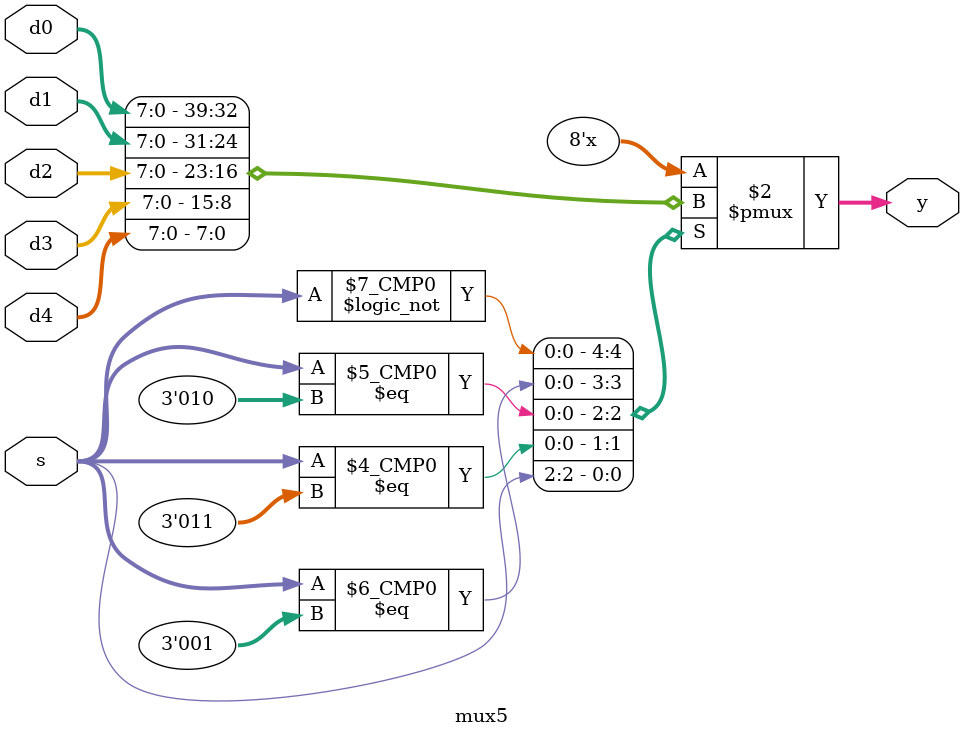
<source format=sv>
module mux5 #(parameter WIDTH = 8)
   (input  logic [WIDTH-1:0] d0, d1, d2, d3, d4,
    input  logic [2:0]       s,
    output logic [WIDTH-1:0] y);
   
   always_comb
     casez (s)
       3'b000 : y = d0;       
       3'b001 : y = d1;
       3'b010 : y = d2;
       3'b011 : y = d3;
       3'b1?? : y = d4;
     endcase // casez (s)

endmodule // mux5

</source>
